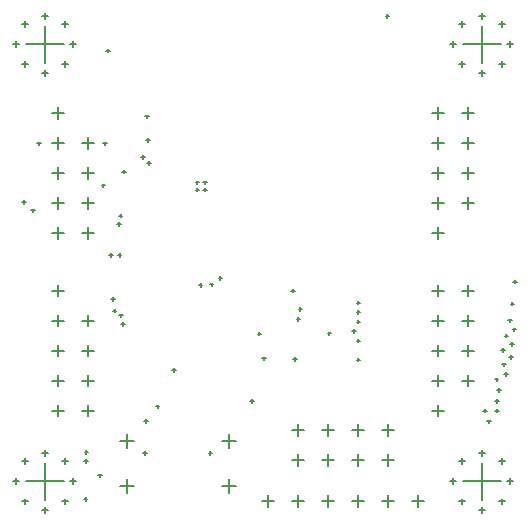
<source format=gbr>
%TF.GenerationSoftware,Altium Limited,Altium Designer,24.10.1 (45)*%
G04 Layer_Color=128*
%FSLAX43Y43*%
%MOMM*%
%TF.SameCoordinates,49FC1627-19C9-4530-BC61-3FE05538F24C*%
%TF.FilePolarity,Positive*%
%TF.FileFunction,Drillmap*%
%TF.Part,Single*%
G01*
G75*
%TA.AperFunction,NonConductor*%
%ADD51C,0.127*%
D51*
X18495Y3100D02*
X19695D01*
X19095Y2500D02*
Y3700D01*
X9855Y3100D02*
X11055D01*
X10455Y2500D02*
Y3700D01*
X18495Y6900D02*
X19695D01*
X19095Y6300D02*
Y7500D01*
X9855Y6900D02*
X11055D01*
X10455Y6300D02*
Y7500D01*
X38840Y12040D02*
X39840D01*
X39340Y11540D02*
Y12540D01*
X36300Y12040D02*
X37300D01*
X36800Y11540D02*
Y12540D01*
X38840Y14580D02*
X39840D01*
X39340Y14080D02*
Y15080D01*
X36300Y14580D02*
X37300D01*
X36800Y14080D02*
Y15080D01*
X38840Y17120D02*
X39840D01*
X39340Y16620D02*
Y17620D01*
X36300Y17120D02*
X37300D01*
X36800Y16620D02*
Y17620D01*
X38840Y19660D02*
X39840D01*
X39340Y19160D02*
Y20160D01*
X36300Y19660D02*
X37300D01*
X36800Y19160D02*
Y20160D01*
X36300Y9500D02*
X37300D01*
X36800Y9000D02*
Y10000D01*
X24420Y5310D02*
X25420D01*
X24920Y4810D02*
Y5810D01*
X24420Y7850D02*
X25420D01*
X24920Y7350D02*
Y8350D01*
X26960Y5310D02*
X27960D01*
X27460Y4810D02*
Y5810D01*
X26960Y7850D02*
X27960D01*
X27460Y7350D02*
Y8350D01*
X29500Y5310D02*
X30500D01*
X30000Y4810D02*
Y5810D01*
X29500Y7850D02*
X30500D01*
X30000Y7350D02*
Y8350D01*
X32040Y5310D02*
X33040D01*
X32540Y4810D02*
Y5810D01*
X32040Y7850D02*
X33040D01*
X32540Y7350D02*
Y8350D01*
X29506Y1837D02*
X30506D01*
X30006Y1337D02*
Y2337D01*
X32046Y1837D02*
X33046D01*
X32546Y1337D02*
Y2337D01*
X21886Y1837D02*
X22886D01*
X22386Y1337D02*
Y2337D01*
X24426Y1837D02*
X25426D01*
X24926Y1337D02*
Y2337D01*
X26966Y1837D02*
X27966D01*
X27466Y1337D02*
Y2337D01*
X34586Y1837D02*
X35586D01*
X35086Y1337D02*
Y2337D01*
X6700Y24500D02*
X7700D01*
X7200Y24000D02*
Y25000D01*
X4160Y24500D02*
X5160D01*
X4660Y24000D02*
Y25000D01*
X6700Y27040D02*
X7700D01*
X7200Y26540D02*
Y27540D01*
X4160Y27040D02*
X5160D01*
X4660Y26540D02*
Y27540D01*
X6700Y29580D02*
X7700D01*
X7200Y29080D02*
Y30080D01*
X4160Y29580D02*
X5160D01*
X4660Y29080D02*
Y30080D01*
X6700Y32120D02*
X7700D01*
X7200Y31620D02*
Y32620D01*
X4160Y32120D02*
X5160D01*
X4660Y31620D02*
Y32620D01*
X4160Y34660D02*
X5160D01*
X4660Y34160D02*
Y35160D01*
X1900Y40500D02*
X5100D01*
X3500Y38900D02*
Y42100D01*
X3250Y38100D02*
X3750D01*
X3500Y37850D02*
Y38350D01*
X1553Y38803D02*
X2053D01*
X1803Y38553D02*
Y39053D01*
X850Y40500D02*
X1350D01*
X1100Y40250D02*
Y40750D01*
X1553Y42197D02*
X2053D01*
X1803Y41947D02*
Y42447D01*
X3250Y42900D02*
X3750D01*
X3500Y42650D02*
Y43150D01*
X4947Y42197D02*
X5447D01*
X5197Y41947D02*
Y42447D01*
X5650Y40500D02*
X6150D01*
X5900Y40250D02*
Y40750D01*
X4947Y38803D02*
X5447D01*
X5197Y38553D02*
Y39053D01*
X36300Y24500D02*
X37300D01*
X36800Y24000D02*
Y25000D01*
X36300Y34660D02*
X37300D01*
X36800Y34160D02*
Y35160D01*
X38840Y34660D02*
X39840D01*
X39340Y34160D02*
Y35160D01*
X36300Y32120D02*
X37300D01*
X36800Y31620D02*
Y32620D01*
X38840Y32120D02*
X39840D01*
X39340Y31620D02*
Y32620D01*
X36300Y29580D02*
X37300D01*
X36800Y29080D02*
Y30080D01*
X38840Y29580D02*
X39840D01*
X39340Y29080D02*
Y30080D01*
X36300Y27040D02*
X37300D01*
X36800Y26540D02*
Y27540D01*
X38840Y27040D02*
X39840D01*
X39340Y26540D02*
Y27540D01*
X6700Y9500D02*
X7700D01*
X7200Y9000D02*
Y10000D01*
X4160Y9500D02*
X5160D01*
X4660Y9000D02*
Y10000D01*
X6700Y12040D02*
X7700D01*
X7200Y11540D02*
Y12540D01*
X4160Y12040D02*
X5160D01*
X4660Y11540D02*
Y12540D01*
X6700Y14580D02*
X7700D01*
X7200Y14080D02*
Y15080D01*
X4160Y14580D02*
X5160D01*
X4660Y14080D02*
Y15080D01*
X6700Y17120D02*
X7700D01*
X7200Y16620D02*
Y17620D01*
X4160Y17120D02*
X5160D01*
X4660Y16620D02*
Y17620D01*
X4160Y19660D02*
X5160D01*
X4660Y19160D02*
Y20160D01*
X4947Y1803D02*
X5447D01*
X5197Y1553D02*
Y2053D01*
X5650Y3500D02*
X6150D01*
X5900Y3250D02*
Y3750D01*
X4947Y5197D02*
X5447D01*
X5197Y4947D02*
Y5447D01*
X3250Y5900D02*
X3750D01*
X3500Y5650D02*
Y6150D01*
X1553Y5197D02*
X2053D01*
X1803Y4947D02*
Y5447D01*
X850Y3500D02*
X1350D01*
X1100Y3250D02*
Y3750D01*
X1553Y1803D02*
X2053D01*
X1803Y1553D02*
Y2053D01*
X3250Y1100D02*
X3750D01*
X3500Y850D02*
Y1350D01*
X1900Y3500D02*
X5100D01*
X3500Y1900D02*
Y5100D01*
X41947Y38803D02*
X42447D01*
X42197Y38553D02*
Y39053D01*
X42650Y40500D02*
X43150D01*
X42900Y40250D02*
Y40750D01*
X41947Y42197D02*
X42447D01*
X42197Y41947D02*
Y42447D01*
X40250Y42900D02*
X40750D01*
X40500Y42650D02*
Y43150D01*
X38553Y42197D02*
X39053D01*
X38803Y41947D02*
Y42447D01*
X37850Y40500D02*
X38350D01*
X38100Y40250D02*
Y40750D01*
X38553Y38803D02*
X39053D01*
X38803Y38553D02*
Y39053D01*
X40250Y38100D02*
X40750D01*
X40500Y37850D02*
Y38350D01*
X38900Y40500D02*
X42100D01*
X40500Y38900D02*
Y42100D01*
X41947Y1803D02*
X42447D01*
X42197Y1553D02*
Y2053D01*
X42650Y3500D02*
X43150D01*
X42900Y3250D02*
Y3750D01*
X41947Y5197D02*
X42447D01*
X42197Y4947D02*
Y5447D01*
X40250Y5900D02*
X40750D01*
X40500Y5650D02*
Y6150D01*
X38553Y5197D02*
X39053D01*
X38803Y4947D02*
Y5447D01*
X37850Y3500D02*
X38350D01*
X38100Y3250D02*
Y3750D01*
X38553Y1803D02*
X39053D01*
X38803Y1553D02*
Y2053D01*
X40250Y1100D02*
X40750D01*
X40500Y850D02*
Y1350D01*
X38900Y3500D02*
X42100D01*
X40500Y1900D02*
Y5100D01*
X29909Y13812D02*
X30209D01*
X30059Y13662D02*
Y13962D01*
X40620Y9502D02*
X40920D01*
X40770Y9352D02*
Y9652D01*
X43151Y20407D02*
X43451D01*
X43301Y20257D02*
Y20557D01*
X29551Y16226D02*
X29851D01*
X29701Y16076D02*
Y16376D01*
X42959Y18555D02*
X43259D01*
X43109Y18405D02*
Y18705D01*
X42446Y15839D02*
X42746D01*
X42596Y15689D02*
Y15989D01*
X42250Y13400D02*
X42550D01*
X42400Y13250D02*
Y13550D01*
X42850Y14050D02*
X43150D01*
X43000Y13900D02*
Y14200D01*
X41650Y10300D02*
X41950D01*
X41800Y10150D02*
Y10450D01*
X9700Y22675D02*
X10000D01*
X9850Y22525D02*
Y22825D01*
X8950Y22651D02*
X9250D01*
X9100Y22501D02*
Y22801D01*
X12179Y30443D02*
X12479D01*
X12329Y30293D02*
Y30593D01*
X11668Y30982D02*
X11968D01*
X11818Y30832D02*
Y31132D01*
X24998Y18083D02*
X25298D01*
X25148Y17933D02*
Y18233D01*
X24386Y19647D02*
X24686D01*
X24536Y19497D02*
Y19797D01*
X24831Y17248D02*
X25131D01*
X24981Y17098D02*
Y17398D01*
X29909Y17032D02*
X30209D01*
X30059Y16882D02*
Y17182D01*
X29909Y17836D02*
X30209D01*
X30059Y17686D02*
Y17986D01*
X29909Y18641D02*
X30209D01*
X30059Y18491D02*
Y18791D01*
X40981Y8591D02*
X41281D01*
X41131Y8441D02*
Y8741D01*
X41658Y9498D02*
X41958D01*
X41808Y9348D02*
Y9648D01*
X41815Y11225D02*
X42115D01*
X41965Y11075D02*
Y11375D01*
X42389Y12604D02*
X42689D01*
X42539Y12455D02*
Y12755D01*
X42931Y15117D02*
X43231D01*
X43081Y14967D02*
Y15267D01*
X43114Y16366D02*
X43414D01*
X43264Y16216D02*
Y16516D01*
X42136Y14644D02*
X42436D01*
X42286Y14494D02*
Y14794D01*
X41618Y12129D02*
X41918D01*
X41768Y11979D02*
Y12279D01*
X42740Y17129D02*
X43040D01*
X42890Y16979D02*
Y17279D01*
X29909Y15422D02*
X30209D01*
X30059Y15272D02*
Y15572D01*
X27462Y16027D02*
X27762D01*
X27612Y15877D02*
Y16177D01*
X32363Y42928D02*
X32663D01*
X32513Y42778D02*
Y43078D01*
X1619Y27147D02*
X1919D01*
X1769Y26997D02*
Y27297D01*
X2371Y26452D02*
X2671D01*
X2521Y26302D02*
Y26602D01*
X8466Y32128D02*
X8766D01*
X8616Y31978D02*
Y32278D01*
X2847Y32127D02*
X3147D01*
X2997Y31977D02*
Y32277D01*
X16907Y28816D02*
X17207D01*
X17057Y28666D02*
Y28966D01*
X16289Y28198D02*
X16589D01*
X16439Y28048D02*
Y28348D01*
X16907Y28198D02*
X17207D01*
X17057Y28048D02*
Y28348D01*
X16289Y28816D02*
X16589D01*
X16439Y28666D02*
Y28966D01*
X12077Y32426D02*
X12377D01*
X12227Y32276D02*
Y32576D01*
X12007Y34407D02*
X12307D01*
X12157Y34257D02*
Y34557D01*
X8692Y39973D02*
X8992D01*
X8842Y39823D02*
Y40123D01*
X24550Y13870D02*
X24850D01*
X24700Y13720D02*
Y14020D01*
X21526Y16019D02*
X21826D01*
X21676Y15869D02*
Y16169D01*
X6849Y5227D02*
X7149D01*
X6999Y5077D02*
Y5377D01*
X6823Y2008D02*
X7123D01*
X6973Y1858D02*
Y2158D01*
X8038Y4018D02*
X8338D01*
X8188Y3868D02*
Y4168D01*
X6875Y6006D02*
X7175D01*
X7025Y5856D02*
Y6156D01*
X17476Y20173D02*
X17776D01*
X17626Y20023D02*
Y20323D01*
X18236Y20729D02*
X18536D01*
X18386Y20579D02*
Y20879D01*
X9644Y25298D02*
X9944D01*
X9794Y25148D02*
Y25448D01*
X9772Y25995D02*
X10072D01*
X9922Y25845D02*
Y26145D01*
X9136Y18937D02*
X9436D01*
X9286Y18787D02*
Y19087D01*
X9279Y17957D02*
X9579D01*
X9429Y17807D02*
Y18107D01*
X9795Y17548D02*
X10095D01*
X9945Y17398D02*
Y17698D01*
X14289Y12924D02*
X14589D01*
X14439Y12774D02*
Y13074D01*
X9960Y16832D02*
X10260D01*
X10110Y16682D02*
Y16982D01*
X8323Y28566D02*
X8623D01*
X8473Y28416D02*
Y28716D01*
X10080Y29737D02*
X10380D01*
X10230Y29587D02*
Y29887D01*
X16552Y20132D02*
X16852D01*
X16702Y19982D02*
Y20282D01*
X21915Y13917D02*
X22215D01*
X22065Y13767D02*
Y14067D01*
X20905Y10314D02*
X21205D01*
X21055Y10164D02*
Y10464D01*
X17378Y5909D02*
X17678D01*
X17528Y5759D02*
Y6059D01*
X11864Y5887D02*
X12164D01*
X12014Y5737D02*
Y6037D01*
X12911Y9855D02*
X13211D01*
X13061Y9705D02*
Y10005D01*
X11918Y8618D02*
X12218D01*
X12068Y8468D02*
Y8768D01*
%TF.MD5,5a56ccc24e24bcedf77969cdd1895e83*%
M02*

</source>
